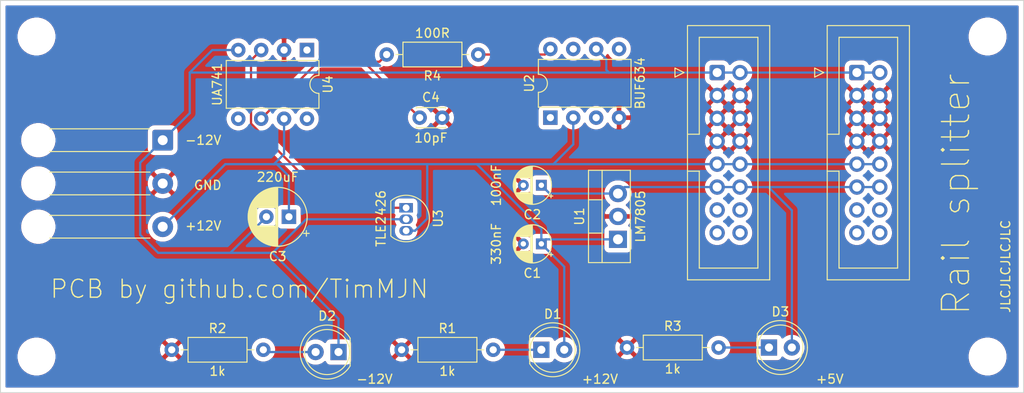
<source format=kicad_pcb>
(kicad_pcb (version 20171130) (host pcbnew "(5.1.8)-1")
  (layers (0 F.Cu signal) (31 B.Cu signal) (34 B.Paste user) (35 F.Paste user) (36 B.SilkS user) (37 F.SilkS user) (38 B.Mask user) (39 F.Mask user) (44 Edge.Cuts user))
  (net 0 "")
  (net 1 +12V)
  (net 2 GND)
  (net 3 +5V)
  (net 4 -12V)
  (net 5 "Net-(C4-Pad1)")
  (net 6 "Net-(D1-Pad1)")
  (net 7 "Net-(D2-Pad2)")
  (net 8 "Net-(D3-Pad1)")
  (net 9 "Net-(J1-Pad13)")
  (net 10 "Net-(J1-Pad15)")
  (net 11 "Net-(J1-Pad14)")
  (net 12 "Net-(J1-Pad16)")
  (net 13 "Net-(R4-Pad1)")
  (net 14 "Net-(U2-Pad1)")
  (net 15 "Net-(U2-Pad5)")
  (net 16 "Net-(U2-Pad3)")
  (net 17 "Net-(U2-Pad7)")
  (net 18 "Net-(U3-Pad1)")
  (net 19 "Net-(U4-Pad8)")
  (net 20 "Net-(U4-Pad5)")
  (net 21 "Net-(U4-Pad1)")
  (module Connector_IDC:IDC-Header_2x08_P2.54mm_Vertical (layer F.Cu) (at 189 80.5)
    (fp_text reference J1 hide)
    (fp_text value Conn_02x08_Odd_Even)
    (pad 16 thru_hole circle (at 2.54 17.78) (size 1.7 1.7) (drill 1) (layers *.Cu *.Mask))
    (pad 14 thru_hole circle (at 2.54 15.24) (size 1.7 1.7) (drill 1) (layers *.Cu *.Mask))
    (pad 12 thru_hole circle (at 2.54 12.7) (size 1.7 1.7) (drill 1) (layers *.Cu *.Mask) (net 3 +5V))
    (pad 10 thru_hole circle (at 2.54 10.16) (size 1.7 1.7) (drill 1) (layers *.Cu *.Mask) (net 1 +12V))
    (pad 8 thru_hole circle (at 2.54 7.62) (size 1.7 1.7) (drill 1) (layers *.Cu *.Mask) (net 2 GND))
    (pad 6 thru_hole circle (at 2.54 5.08) (size 1.7 1.7) (drill 1) (layers *.Cu *.Mask) (net 2 GND))
    (pad 4 thru_hole circle (at 2.54 2.54) (size 1.7 1.7) (drill 1) (layers *.Cu *.Mask) (net 2 GND))
    (pad 2 thru_hole circle (at 2.54 0) (size 1.7 1.7) (drill 1) (layers *.Cu *.Mask) (net 4 -12V))
    (pad 15 thru_hole circle (at 0 17.78) (size 1.7 1.7) (drill 1) (layers *.Cu *.Mask))
    (pad 13 thru_hole circle (at 0 15.24) (size 1.7 1.7) (drill 1) (layers *.Cu *.Mask))
    (pad 11 thru_hole circle (at 0 12.7) (size 1.7 1.7) (drill 1) (layers *.Cu *.Mask) (net 3 +5V))
    (pad 9 thru_hole circle (at 0 10.16) (size 1.7 1.7) (drill 1) (layers *.Cu *.Mask) (net 1 +12V))
    (pad 7 thru_hole circle (at 0 7.62) (size 1.7 1.7) (drill 1) (layers *.Cu *.Mask) (net 2 GND))
    (pad 5 thru_hole circle (at 0 5.08) (size 1.7 1.7) (drill 1) (layers *.Cu *.Mask) (net 2 GND))
    (pad 3 thru_hole circle (at 0 2.54) (size 1.7 1.7) (drill 1) (layers *.Cu *.Mask) (net 2 GND))
    (pad 1 thru_hole roundrect (at 0 0) (size 1.7 1.7) (drill 1) (layers *.Cu *.Mask) (roundrect_rratio 0.147) (net 4 -12V))
  )
  (module MountingHole:MountingHole_3.2mm_M3 (layer F.Cu) (at 203.5 76.5)
    (fp_text reference REF** hide)
    (fp_text value MountingHole_3.2mm_M3)
    (pad 1 np_thru_hole circle (at 0 0) (size 3.2 3.2) (drill 3.2) (layers *.Cu *.Mask))
  )
  (module MountingHole:MountingHole_3.2mm_M3 (layer F.Cu) (at 203.5 112)
    (fp_text reference REF** hide)
    (fp_text value MountingHole_3.2mm_M3)
    (pad 1 np_thru_hole circle (at 0 0) (size 3.2 3.2) (drill 3.2) (layers *.Cu *.Mask))
  )
  (module MountingHole:MountingHole_3.2mm_M3 (layer F.Cu) (at 98 112)
    (fp_text reference REF** hide)
    (fp_text value MountingHole_3.2mm_M3)
    (pad 1 np_thru_hole circle (at 0 0) (size 3.2 3.2) (drill 3.2) (layers *.Cu *.Mask))
  )
  (module MountingHole:MountingHole_3.2mm_M3 (layer F.Cu) (at 98 76.5)
    (fp_text reference REF** hide)
    (fp_text value MountingHole_3.2mm_M3)
    (pad 1 np_thru_hole circle (at 0 0) (size 3.2 3.2) (drill 3.2) (layers *.Cu *.Mask))
  )
  (module Capacitor_THT:CP_Radial_D4.0mm_P2.00mm (layer F.Cu) (at 154 99.5 180)
    (fp_text reference C1 (at 1 -3.25) (layer F.SilkS))
    (fp_text value 330nF (at 5 0 90) (layer F.SilkS))
    (pad 1 thru_hole rect (at 0 0 180) (size 1.2 1.2) (drill 0.6) (layers *.Cu *.Mask) (net 1 +12V))
    (pad 2 thru_hole circle (at 2 0 180) (size 1.2 1.2) (drill 0.6) (layers *.Cu *.Mask) (net 2 GND))
  )
  (module Capacitor_THT:CP_Radial_D4.0mm_P2.00mm (layer F.Cu) (at 154 93 180)
    (fp_text reference C2 (at 1 -3.25) (layer F.SilkS))
    (fp_text value 100nF (at 5 0 90) (layer F.SilkS))
    (pad 2 thru_hole circle (at 2 0 180) (size 1.2 1.2) (drill 0.6) (layers *.Cu *.Mask) (net 2 GND))
    (pad 1 thru_hole rect (at 0 0 180) (size 1.2 1.2) (drill 0.6) (layers *.Cu *.Mask) (net 3 +5V))
  )
  (module Capacitor_THT:CP_Radial_D6.3mm_P2.50mm (layer F.Cu) (at 126 96.5 180)
    (fp_text reference C3 (at 1.25 -4.4) (layer F.SilkS))
    (fp_text value 220uF (at 1.25 4.4) (layer F.SilkS))
    (pad 1 thru_hole rect (at 0 0 180) (size 1.6 1.6) (drill 0.8) (layers *.Cu *.Mask) (net 1 +12V))
    (pad 2 thru_hole circle (at 2.5 0 180) (size 1.6 1.6) (drill 0.8) (layers *.Cu *.Mask) (net 4 -12V))
  )
  (module Capacitor_THT:C_Disc_D3.0mm_W2.0mm_P2.50mm (layer F.Cu) (at 140.5 85.5)
    (fp_text reference C4 (at 1.25 -2.25) (layer F.SilkS))
    (fp_text value 10pF (at 1.25 2.25) (layer F.SilkS))
    (pad 1 thru_hole circle (at 0 0) (size 1.6 1.6) (drill 0.8) (layers *.Cu *.Mask) (net 5 "Net-(C4-Pad1)"))
    (pad 2 thru_hole circle (at 2.5 0) (size 1.6 1.6) (drill 0.8) (layers *.Cu *.Mask) (net 2 GND))
  )
  (module LED_THT:LED_D5.0mm (layer F.Cu) (at 154 111.25)
    (fp_text reference D1 (at 1.27 -3.96) (layer F.SilkS))
    (fp_text value LED)
    (pad 1 thru_hole rect (at 0 0) (size 1.8 1.8) (drill 0.9) (layers *.Cu *.Mask) (net 6 "Net-(D1-Pad1)"))
    (pad 2 thru_hole circle (at 2.54 0) (size 1.8 1.8) (drill 0.9) (layers *.Cu *.Mask) (net 1 +12V))
  )
  (module LED_THT:LED_D5.0mm (layer F.Cu) (at 131.5 111.5 180)
    (fp_text reference D2 (at 1.27 4) (layer F.SilkS))
    (fp_text value LED)
    (pad 1 thru_hole rect (at 0 0 180) (size 1.8 1.8) (drill 0.9) (layers *.Cu *.Mask) (net 4 -12V))
    (pad 2 thru_hole circle (at 2.54 0 180) (size 1.8 1.8) (drill 0.9) (layers *.Cu *.Mask) (net 7 "Net-(D2-Pad2)"))
  )
  (module LED_THT:LED_D5.0mm (layer F.Cu) (at 179.25 111)
    (fp_text reference D3 (at 1.27 -3.96) (layer F.SilkS))
    (fp_text value LED)
    (pad 2 thru_hole circle (at 2.54 0) (size 1.8 1.8) (drill 0.9) (layers *.Cu *.Mask) (net 3 +5V))
    (pad 1 thru_hole rect (at 0 0) (size 1.8 1.8) (drill 0.9) (layers *.Cu *.Mask) (net 8 "Net-(D3-Pad1)"))
  )
  (module Connector_IDC:IDC-Header_2x08_P2.54mm_Vertical (layer F.Cu) (at 173.5 80.5)
    (fp_text reference J1 hide)
    (fp_text value Conn_02x08_Odd_Even)
    (pad 1 thru_hole roundrect (at 0 0) (size 1.7 1.7) (drill 1) (layers *.Cu *.Mask) (roundrect_rratio 0.147059) (net 4 -12V))
    (pad 3 thru_hole circle (at 0 2.54) (size 1.7 1.7) (drill 1) (layers *.Cu *.Mask) (net 2 GND))
    (pad 5 thru_hole circle (at 0 5.08) (size 1.7 1.7) (drill 1) (layers *.Cu *.Mask) (net 2 GND))
    (pad 7 thru_hole circle (at 0 7.62) (size 1.7 1.7) (drill 1) (layers *.Cu *.Mask) (net 2 GND))
    (pad 9 thru_hole circle (at 0 10.16) (size 1.7 1.7) (drill 1) (layers *.Cu *.Mask) (net 1 +12V))
    (pad 11 thru_hole circle (at 0 12.7) (size 1.7 1.7) (drill 1) (layers *.Cu *.Mask) (net 3 +5V))
    (pad 13 thru_hole circle (at 0 15.24) (size 1.7 1.7) (drill 1) (layers *.Cu *.Mask) (net 9 "Net-(J1-Pad13)"))
    (pad 15 thru_hole circle (at 0 17.78) (size 1.7 1.7) (drill 1) (layers *.Cu *.Mask) (net 10 "Net-(J1-Pad15)"))
    (pad 2 thru_hole circle (at 2.54 0) (size 1.7 1.7) (drill 1) (layers *.Cu *.Mask) (net 4 -12V))
    (pad 4 thru_hole circle (at 2.54 2.54) (size 1.7 1.7) (drill 1) (layers *.Cu *.Mask) (net 2 GND))
    (pad 6 thru_hole circle (at 2.54 5.08) (size 1.7 1.7) (drill 1) (layers *.Cu *.Mask) (net 2 GND))
    (pad 8 thru_hole circle (at 2.54 7.62) (size 1.7 1.7) (drill 1) (layers *.Cu *.Mask) (net 2 GND))
    (pad 10 thru_hole circle (at 2.54 10.16) (size 1.7 1.7) (drill 1) (layers *.Cu *.Mask) (net 1 +12V))
    (pad 12 thru_hole circle (at 2.54 12.7) (size 1.7 1.7) (drill 1) (layers *.Cu *.Mask) (net 3 +5V))
    (pad 14 thru_hole circle (at 2.54 15.24) (size 1.7 1.7) (drill 1) (layers *.Cu *.Mask) (net 11 "Net-(J1-Pad14)"))
    (pad 16 thru_hole circle (at 2.54 17.78) (size 1.7 1.7) (drill 1) (layers *.Cu *.Mask) (net 12 "Net-(J1-Pad16)"))
  )
  (module Resistor_THT:R_Axial_DIN0207_L6.3mm_D2.5mm_P10.16mm_Horizontal (layer F.Cu) (at 138.5 111.25)
    (fp_text reference R1 (at 5.08 -2.37) (layer F.SilkS))
    (fp_text value 1k (at 5.08 2.37) (layer F.SilkS))
    (pad 2 thru_hole oval (at 10.16 0) (size 1.6 1.6) (drill 0.8) (layers *.Cu *.Mask) (net 6 "Net-(D1-Pad1)"))
    (pad 1 thru_hole circle (at 0 0) (size 1.6 1.6) (drill 0.8) (layers *.Cu *.Mask) (net 2 GND))
  )
  (module Resistor_THT:R_Axial_DIN0207_L6.3mm_D2.5mm_P10.16mm_Horizontal (layer F.Cu) (at 113 111.25)
    (fp_text reference R2 (at 5.08 -2.37) (layer F.SilkS))
    (fp_text value 1k (at 5.08 2.37) (layer F.SilkS))
    (pad 2 thru_hole oval (at 10.16 0) (size 1.6 1.6) (drill 0.8) (layers *.Cu *.Mask) (net 7 "Net-(D2-Pad2)"))
    (pad 1 thru_hole circle (at 0 0) (size 1.6 1.6) (drill 0.8) (layers *.Cu *.Mask) (net 2 GND))
  )
  (module Resistor_THT:R_Axial_DIN0207_L6.3mm_D2.5mm_P10.16mm_Horizontal (layer F.Cu) (at 163.5 111)
    (fp_text reference R3 (at 5.08 -2.37) (layer F.SilkS))
    (fp_text value 1k (at 5.08 2.37) (layer F.SilkS))
    (pad 1 thru_hole circle (at 0 0) (size 1.6 1.6) (drill 0.8) (layers *.Cu *.Mask) (net 2 GND))
    (pad 2 thru_hole oval (at 10.16 0) (size 1.6 1.6) (drill 0.8) (layers *.Cu *.Mask) (net 8 "Net-(D3-Pad1)"))
  )
  (module Resistor_THT:R_Axial_DIN0207_L6.3mm_D2.5mm_P10.16mm_Horizontal (layer F.Cu) (at 147 78.5 180)
    (fp_text reference R4 (at 5.08 -2.37) (layer F.SilkS))
    (fp_text value 100R (at 5.08 2.37) (layer F.SilkS))
    (pad 1 thru_hole circle (at 0 0 180) (size 1.6 1.6) (drill 0.8) (layers *.Cu *.Mask) (net 13 "Net-(R4-Pad1)"))
    (pad 2 thru_hole oval (at 10.16 0 180) (size 1.6 1.6) (drill 0.8) (layers *.Cu *.Mask) (net 5 "Net-(C4-Pad1)"))
  )
  (module Package_TO_SOT_THT:TO-220-3_Vertical (layer F.Cu) (at 162.5 99 90)
    (fp_text reference U1 (at 2.54 -4.27 90) (layer F.SilkS))
    (fp_text value LM7805 (at 2.54 2.5 90) (layer F.SilkS))
    (pad 1 thru_hole rect (at 0 0 90) (size 1.905 2) (drill 1.1) (layers *.Cu *.Mask) (net 1 +12V))
    (pad 2 thru_hole oval (at 2.54 0 90) (size 1.905 2) (drill 1.1) (layers *.Cu *.Mask) (net 2 GND))
    (pad 3 thru_hole oval (at 5.08 0 90) (size 1.905 2) (drill 1.1) (layers *.Cu *.Mask) (net 3 +5V))
  )
  (module Package_DIP:DIP-8_W7.62mm (layer F.Cu) (at 155 85.5 90)
    (fp_text reference U2 (at 3.81 -2.33 90) (layer F.SilkS))
    (fp_text value BUF634 (at 3.81 9.95 90) (layer F.SilkS))
    (pad 1 thru_hole rect (at 0 0 90) (size 1.6 1.6) (drill 0.8) (layers *.Cu *.Mask) (net 14 "Net-(U2-Pad1)"))
    (pad 5 thru_hole oval (at 7.62 7.62 90) (size 1.6 1.6) (drill 0.8) (layers *.Cu *.Mask) (net 15 "Net-(U2-Pad5)"))
    (pad 2 thru_hole oval (at 0 2.54 90) (size 1.6 1.6) (drill 0.8) (layers *.Cu *.Mask) (net 1 +12V))
    (pad 6 thru_hole oval (at 7.62 5.08 90) (size 1.6 1.6) (drill 0.8) (layers *.Cu *.Mask) (net 4 -12V))
    (pad 3 thru_hole oval (at 0 5.08 90) (size 1.6 1.6) (drill 0.8) (layers *.Cu *.Mask) (net 16 "Net-(U2-Pad3)"))
    (pad 7 thru_hole oval (at 7.62 2.54 90) (size 1.6 1.6) (drill 0.8) (layers *.Cu *.Mask) (net 17 "Net-(U2-Pad7)"))
    (pad 4 thru_hole oval (at 0 7.62 90) (size 1.6 1.6) (drill 0.8) (layers *.Cu *.Mask) (net 2 GND))
    (pad 8 thru_hole oval (at 7.62 0 90) (size 1.6 1.6) (drill 0.8) (layers *.Cu *.Mask) (net 13 "Net-(R4-Pad1)"))
  )
  (module Package_TO_SOT_THT:TO-92L_Inline (layer F.Cu) (at 139 95.5 270)
    (fp_text reference U3 (at 1.19 -3.56 90) (layer F.SilkS))
    (fp_text value TLE2426 (at 1.19 2.79 90) (layer F.SilkS))
    (pad 2 thru_hole oval (at 1.27 0 270) (size 1.05 1.5) (drill 0.75) (layers *.Cu *.Mask) (net 4 -12V))
    (pad 3 thru_hole oval (at 2.54 0 270) (size 1.05 1.5) (drill 0.75) (layers *.Cu *.Mask) (net 1 +12V))
    (pad 1 thru_hole rect (at 0 0 270) (size 1.05 1.5) (drill 0.75) (layers *.Cu *.Mask) (net 18 "Net-(U3-Pad1)"))
  )
  (module Package_DIP:DIP-8_W7.62mm (layer F.Cu) (at 128 78 270)
    (fp_text reference U4 (at 3.81 -2.33 90) (layer F.SilkS))
    (fp_text value UA741 (at 3.81 9.95 90) (layer F.SilkS))
    (pad 8 thru_hole oval (at 7.62 0 270) (size 1.6 1.6) (drill 0.8) (layers *.Cu *.Mask) (net 19 "Net-(U4-Pad8)"))
    (pad 4 thru_hole oval (at 0 7.62 270) (size 1.6 1.6) (drill 0.8) (layers *.Cu *.Mask) (net 4 -12V))
    (pad 7 thru_hole oval (at 7.62 2.54 270) (size 1.6 1.6) (drill 0.8) (layers *.Cu *.Mask) (net 1 +12V))
    (pad 3 thru_hole oval (at 0 5.08 270) (size 1.6 1.6) (drill 0.8) (layers *.Cu *.Mask) (net 18 "Net-(U3-Pad1)"))
    (pad 6 thru_hole oval (at 7.62 5.08 270) (size 1.6 1.6) (drill 0.8) (layers *.Cu *.Mask) (net 5 "Net-(C4-Pad1)"))
    (pad 2 thru_hole oval (at 0 2.54 270) (size 1.6 1.6) (drill 0.8) (layers *.Cu *.Mask) (net 2 GND))
    (pad 5 thru_hole oval (at 7.62 7.62 270) (size 1.6 1.6) (drill 0.8) (layers *.Cu *.Mask) (net 20 "Net-(U4-Pad5)"))
    (pad 1 thru_hole rect (at 0 0 270) (size 1.6 1.6) (drill 0.8) (layers *.Cu *.Mask) (net 21 "Net-(U4-Pad1)"))
  )
  (module Connector_Wire:SolderWire-0.5sqmm_1x03_P4.8mm_D0.9mm_OD2.3mm_Relief (layer F.Cu) (at 112 88 270)
    (fp_text reference J2 hide)
    (fp_text value Conn_01x03)
    (pad 1 thru_hole roundrect (at 0 0 270) (size 2.3 2.3) (drill 1.1) (layers *.Cu *.Mask) (roundrect_rratio 0.108696) (net 4 -12V))
    (pad 2 thru_hole circle (at 4.8 0 270) (size 2.3 2.3) (drill 1.1) (layers *.Cu *.Mask) (net 2 GND))
    (pad 3 thru_hole circle (at 9.6 0 270) (size 2.3 2.3) (drill 1.1) (layers *.Cu *.Mask) (net 1 +12V))
    (pad "" np_thru_hole circle (at 0 13.8 270) (size 2.8 2.8) (drill 2.8) (layers *.Cu *.Mask))
    (pad "" np_thru_hole circle (at 4.8 13.8 270) (size 2.8 2.8) (drill 2.8) (layers *.Cu *.Mask))
    (pad "" np_thru_hole circle (at 9.6 13.8 270) (size 2.8 2.8) (drill 2.8) (layers *.Cu *.Mask))
  )
  (gr_text "PCB by github.com/TimMJN" (at 120.5 104.5) (layer F.SilkS) (effects (font (size 2 2))))
  (gr_text "Rail splitter" (at 200 94 90) (layer F.SilkS) (effects (font (size 3 3))))
  (gr_text JLCJLCJLCJLC (at 205.5 102 90) (layer F.SilkS) (effects (font (size 1 1))))
  (gr_text +5V (at 186 114.5) (layer F.SilkS) (effects (font (size 1 1))))
  (gr_text +12V (at 160.5 114.5) (layer F.SilkS) (effects (font (size 1 1))))
  (gr_text -12V (at 135.5 114.5) (layer F.SilkS) (effects (font (size 1 1))))
  (gr_text +12V (at 116.5 97.5) (layer F.SilkS) (effects (font (size 1 1))))
  (gr_text GND (at 117 93) (layer F.SilkS) (effects (font (size 1 1))))
  (gr_text -12V (at 116.5 88) (layer F.SilkS) (effects (font (size 1 1))))
  (gr_poly (pts (xy 207.5 116) (xy 94 116) (xy 94 72.5) (xy 207.5 72.5)) (layer Edge.Cuts) (width 0.1))
  (segment (start 173.5 90.66) (end 176.04 90.66) (width 0.25) (layer B.Cu) (net 1))
  (segment (start 176.04 90.66) (end 189 90.66) (width 0.25) (layer B.Cu) (net 1))
  (segment (start 189 90.66) (end 191.54 90.66) (width 0.25) (layer B.Cu) (net 1))
  (segment (start 154.5 99) (end 154 99.5) (width 0.25) (layer B.Cu) (net 1))
  (segment (start 162.5 99) (end 154.5 99) (width 0.25) (layer B.Cu) (net 1))
  (segment (start 154 97.82) (end 146.84 90.66) (width 0.25) (layer B.Cu) (net 1))
  (segment (start 154 99.5) (end 154 97.82) (width 0.25) (layer B.Cu) (net 1))
  (segment (start 157.54 85.5) (end 157.54 88.46) (width 0.25) (layer B.Cu) (net 1))
  (segment (start 157.54 88.46) (end 155.34 90.66) (width 0.25) (layer B.Cu) (net 1))
  (segment (start 155.34 90.66) (end 146.84 90.66) (width 0.25) (layer B.Cu) (net 1))
  (segment (start 173.5 90.66) (end 155.34 90.66) (width 0.25) (layer B.Cu) (net 1))
  (segment (start 146.84 90.66) (end 141.34 90.66) (width 0.25) (layer B.Cu) (net 1))
  (segment (start 156.54 102.04) (end 154 99.5) (width 0.25) (layer B.Cu) (net 1))
  (segment (start 156.54 111.25) (end 156.54 102.04) (width 0.25) (layer B.Cu) (net 1))
  (segment (start 126 92) (end 124.66 90.66) (width 0.25) (layer B.Cu) (net 1))
  (segment (start 126 96.5) (end 126 92) (width 0.25) (layer B.Cu) (net 1))
  (segment (start 141.34 90.66) (end 124.66 90.66) (width 0.25) (layer B.Cu) (net 1))
  (segment (start 125.46 89.54) (end 124.34 90.66) (width 0.25) (layer B.Cu) (net 1))
  (segment (start 125.46 85.62) (end 125.46 89.54) (width 0.25) (layer B.Cu) (net 1))
  (segment (start 124.66 90.66) (end 124.34 90.66) (width 0.25) (layer B.Cu) (net 1))
  (segment (start 118.94 90.66) (end 112 97.6) (width 0.25) (layer B.Cu) (net 1))
  (segment (start 124.34 90.66) (end 118.94 90.66) (width 0.25) (layer B.Cu) (net 1))
  (segment (start 140 98.04) (end 139 98.04) (width 0.25) (layer B.Cu) (net 1))
  (segment (start 141.34 96.7) (end 140 98.04) (width 0.25) (layer B.Cu) (net 1))
  (segment (start 141.34 90.66) (end 141.34 96.7) (width 0.25) (layer B.Cu) (net 1))
  (segment (start 173.5 93.2) (end 176.04 93.2) (width 0.25) (layer B.Cu) (net 3))
  (segment (start 189 93.2) (end 191.54 93.2) (width 0.25) (layer B.Cu) (net 3))
  (segment (start 163.22 93.2) (end 162.5 93.92) (width 0.25) (layer B.Cu) (net 3))
  (segment (start 173.5 93.2) (end 163.22 93.2) (width 0.25) (layer B.Cu) (net 3))
  (segment (start 154.92 93.92) (end 154 93) (width 0.25) (layer B.Cu) (net 3))
  (segment (start 162.5 93.92) (end 154.92 93.92) (width 0.25) (layer B.Cu) (net 3))
  (segment (start 181.79 95.79) (end 179.2 93.2) (width 0.25) (layer B.Cu) (net 3))
  (segment (start 181.79 111) (end 181.79 95.79) (width 0.25) (layer B.Cu) (net 3))
  (segment (start 179.2 93.2) (end 189 93.2) (width 0.25) (layer B.Cu) (net 3))
  (segment (start 176.04 93.2) (end 179.2 93.2) (width 0.25) (layer B.Cu) (net 3))
  (segment (start 173.5 80.5) (end 176.04 80.5) (width 0.25) (layer B.Cu) (net 4))
  (segment (start 176.04 80.5) (end 189 80.5) (width 0.25) (layer B.Cu) (net 4))
  (segment (start 189 80.5) (end 191.54 80.5) (width 0.25) (layer B.Cu) (net 4))
  (segment (start 161.205001 79.005001) (end 161.205001 80.205001) (width 0.25) (layer B.Cu) (net 4))
  (segment (start 160.08 77.88) (end 161.205001 79.005001) (width 0.25) (layer B.Cu) (net 4))
  (segment (start 161.205001 80.205001) (end 161.5 80.5) (width 0.25) (layer B.Cu) (net 4))
  (segment (start 161.5 80.5) (end 115 80.5) (width 0.25) (layer B.Cu) (net 4))
  (segment (start 173.5 80.5) (end 161.5 80.5) (width 0.25) (layer B.Cu) (net 4))
  (segment (start 117.5 78) (end 115 80.5) (width 0.25) (layer B.Cu) (net 4))
  (segment (start 120.38 78) (end 117.5 78) (width 0.25) (layer B.Cu) (net 4))
  (segment (start 115 85) (end 112 88) (width 0.25) (layer B.Cu) (net 4))
  (segment (start 115 80.5) (end 115 85) (width 0.25) (layer B.Cu) (net 4))
  (segment (start 109.5 90.5) (end 112 88) (width 0.25) (layer B.Cu) (net 4))
  (segment (start 109.5 98.5) (end 109.5 90.5) (width 0.25) (layer B.Cu) (net 4))
  (segment (start 111.5 100.5) (end 109.5 98.5) (width 0.25) (layer B.Cu) (net 4))
  (segment (start 119.5 100.5) (end 111.5 100.5) (width 0.25) (layer B.Cu) (net 4))
  (segment (start 123.5 96.5) (end 119.5 100.5) (width 0.25) (layer B.Cu) (net 4))
  (segment (start 124.185002 100.5) (end 119.5 100.5) (width 0.25) (layer B.Cu) (net 4))
  (segment (start 127.915002 96.77) (end 124.185002 100.5) (width 0.25) (layer B.Cu) (net 4))
  (segment (start 139 96.77) (end 127.915002 96.77) (width 0.25) (layer B.Cu) (net 4))
  (segment (start 131.5 107.814998) (end 124.185002 100.5) (width 0.25) (layer B.Cu) (net 4))
  (segment (start 131.5 111.5) (end 131.5 107.814998) (width 0.25) (layer B.Cu) (net 4))
  (segment (start 129.240001 79.299999) (end 122.92 85.62) (width 0.25) (layer F.Cu) (net 5))
  (segment (start 136.84 78.5) (end 136.040001 79.299999) (width 0.25) (layer F.Cu) (net 5))
  (segment (start 134.299999 79.299999) (end 133.700001 79.299999) (width 0.25) (layer F.Cu) (net 5))
  (segment (start 140.5 85.5) (end 134.299999 79.299999) (width 0.25) (layer F.Cu) (net 5))
  (segment (start 133.700001 79.299999) (end 129.240001 79.299999) (width 0.25) (layer F.Cu) (net 5))
  (segment (start 136.040001 79.299999) (end 133.700001 79.299999) (width 0.25) (layer F.Cu) (net 5))
  (segment (start 154 111.25) (end 148.66 111.25) (width 0.25) (layer B.Cu) (net 6))
  (segment (start 123.41 111.5) (end 123.16 111.25) (width 0.25) (layer B.Cu) (net 7))
  (segment (start 128.96 111.5) (end 123.41 111.5) (width 0.25) (layer B.Cu) (net 7))
  (segment (start 179.25 111) (end 173.66 111) (width 0.25) (layer B.Cu) (net 8))
  (segment (start 154.38 78.5) (end 155 77.88) (width 0.25) (layer F.Cu) (net 13))
  (segment (start 147 78.5) (end 154.38 78.5) (width 0.25) (layer F.Cu) (net 13))
  (segment (start 131.134998 95.5) (end 139 95.5) (width 0.25) (layer F.Cu) (net 18))
  (segment (start 121.794999 86.160001) (end 131.134998 95.5) (width 0.25) (layer F.Cu) (net 18))
  (segment (start 121.794999 79.125001) (end 121.794999 86.160001) (width 0.25) (layer F.Cu) (net 18))
  (segment (start 122.92 78) (end 121.794999 79.125001) (width 0.25) (layer F.Cu) (net 18))
  (zone (net 2) (net_name GND) (layer F.Cu) (connect_pads (clearance 0.508)) (min_thickness 0.254) (fill yes (arc_segments 32) (thermal_gap 0.508) (thermal_bridge_width 0.508))
    (polygon (pts (xy 207.5 116) (xy 94 116) (xy 94 72.5) (xy 207.5 72.5)))
  )
  (zone (net 0) (net_name "") (layer B.Cu) (connect_pads (clearance 0.508)) (min_thickness 0.254) (fill yes (arc_segments 32) (thermal_gap 0.508) (thermal_bridge_width 0.508))
    (polygon (pts (xy 207.5 116) (xy 94 116) (xy 94 72.5) (xy 207.5 72.5)))
  )
)
</source>
